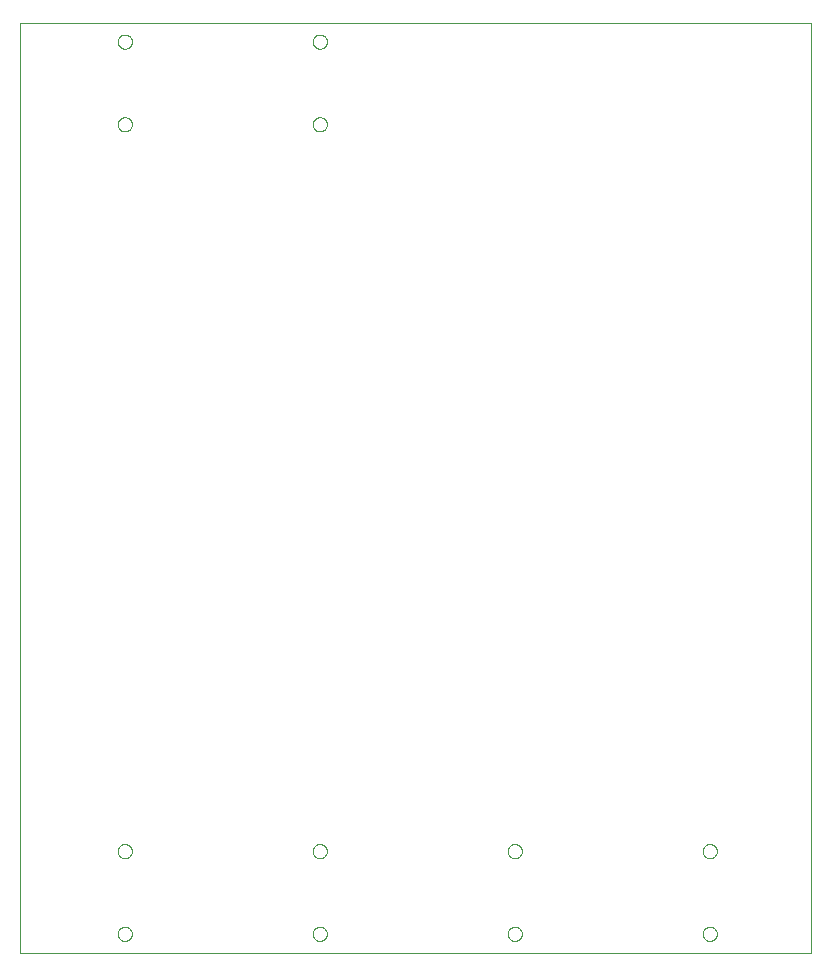
<source format=gko>
G75*
%MOIN*%
%OFA0B0*%
%FSLAX25Y25*%
%IPPOS*%
%LPD*%
%AMOC8*
5,1,8,0,0,1.08239X$1,22.5*
%
%ADD10C,0.00000*%
D10*
X0004300Y0009374D02*
X0004300Y0319335D01*
X0268001Y0319335D01*
X0268001Y0009374D01*
X0004300Y0009374D01*
X0036938Y0015673D02*
X0036940Y0015770D01*
X0036946Y0015867D01*
X0036956Y0015963D01*
X0036970Y0016059D01*
X0036988Y0016155D01*
X0037009Y0016249D01*
X0037035Y0016343D01*
X0037064Y0016435D01*
X0037098Y0016526D01*
X0037134Y0016616D01*
X0037175Y0016704D01*
X0037219Y0016790D01*
X0037267Y0016875D01*
X0037318Y0016957D01*
X0037372Y0017038D01*
X0037430Y0017116D01*
X0037491Y0017191D01*
X0037554Y0017264D01*
X0037621Y0017335D01*
X0037691Y0017402D01*
X0037763Y0017467D01*
X0037838Y0017528D01*
X0037916Y0017587D01*
X0037995Y0017642D01*
X0038077Y0017694D01*
X0038161Y0017742D01*
X0038247Y0017787D01*
X0038335Y0017829D01*
X0038424Y0017867D01*
X0038515Y0017901D01*
X0038607Y0017931D01*
X0038700Y0017958D01*
X0038795Y0017980D01*
X0038890Y0017999D01*
X0038986Y0018014D01*
X0039082Y0018025D01*
X0039179Y0018032D01*
X0039276Y0018035D01*
X0039373Y0018034D01*
X0039470Y0018029D01*
X0039566Y0018020D01*
X0039662Y0018007D01*
X0039758Y0017990D01*
X0039853Y0017969D01*
X0039946Y0017945D01*
X0040039Y0017916D01*
X0040131Y0017884D01*
X0040221Y0017848D01*
X0040309Y0017809D01*
X0040396Y0017765D01*
X0040481Y0017719D01*
X0040564Y0017668D01*
X0040645Y0017615D01*
X0040723Y0017558D01*
X0040800Y0017498D01*
X0040873Y0017435D01*
X0040944Y0017369D01*
X0041012Y0017300D01*
X0041078Y0017228D01*
X0041140Y0017154D01*
X0041199Y0017077D01*
X0041255Y0016998D01*
X0041308Y0016916D01*
X0041358Y0016833D01*
X0041403Y0016747D01*
X0041446Y0016660D01*
X0041485Y0016571D01*
X0041520Y0016481D01*
X0041551Y0016389D01*
X0041578Y0016296D01*
X0041602Y0016202D01*
X0041622Y0016107D01*
X0041638Y0016011D01*
X0041650Y0015915D01*
X0041658Y0015818D01*
X0041662Y0015721D01*
X0041662Y0015625D01*
X0041658Y0015528D01*
X0041650Y0015431D01*
X0041638Y0015335D01*
X0041622Y0015239D01*
X0041602Y0015144D01*
X0041578Y0015050D01*
X0041551Y0014957D01*
X0041520Y0014865D01*
X0041485Y0014775D01*
X0041446Y0014686D01*
X0041403Y0014599D01*
X0041358Y0014513D01*
X0041308Y0014430D01*
X0041255Y0014348D01*
X0041199Y0014269D01*
X0041140Y0014192D01*
X0041078Y0014118D01*
X0041012Y0014046D01*
X0040944Y0013977D01*
X0040873Y0013911D01*
X0040800Y0013848D01*
X0040723Y0013788D01*
X0040645Y0013731D01*
X0040564Y0013678D01*
X0040481Y0013627D01*
X0040396Y0013581D01*
X0040309Y0013537D01*
X0040221Y0013498D01*
X0040131Y0013462D01*
X0040039Y0013430D01*
X0039946Y0013401D01*
X0039853Y0013377D01*
X0039758Y0013356D01*
X0039662Y0013339D01*
X0039566Y0013326D01*
X0039470Y0013317D01*
X0039373Y0013312D01*
X0039276Y0013311D01*
X0039179Y0013314D01*
X0039082Y0013321D01*
X0038986Y0013332D01*
X0038890Y0013347D01*
X0038795Y0013366D01*
X0038700Y0013388D01*
X0038607Y0013415D01*
X0038515Y0013445D01*
X0038424Y0013479D01*
X0038335Y0013517D01*
X0038247Y0013559D01*
X0038161Y0013604D01*
X0038077Y0013652D01*
X0037995Y0013704D01*
X0037916Y0013759D01*
X0037838Y0013818D01*
X0037763Y0013879D01*
X0037691Y0013944D01*
X0037621Y0014011D01*
X0037554Y0014082D01*
X0037491Y0014155D01*
X0037430Y0014230D01*
X0037372Y0014308D01*
X0037318Y0014389D01*
X0037267Y0014471D01*
X0037219Y0014556D01*
X0037175Y0014642D01*
X0037134Y0014730D01*
X0037098Y0014820D01*
X0037064Y0014911D01*
X0037035Y0015003D01*
X0037009Y0015097D01*
X0036988Y0015191D01*
X0036970Y0015287D01*
X0036956Y0015383D01*
X0036946Y0015479D01*
X0036940Y0015576D01*
X0036938Y0015673D01*
X0036938Y0043232D02*
X0036940Y0043329D01*
X0036946Y0043426D01*
X0036956Y0043522D01*
X0036970Y0043618D01*
X0036988Y0043714D01*
X0037009Y0043808D01*
X0037035Y0043902D01*
X0037064Y0043994D01*
X0037098Y0044085D01*
X0037134Y0044175D01*
X0037175Y0044263D01*
X0037219Y0044349D01*
X0037267Y0044434D01*
X0037318Y0044516D01*
X0037372Y0044597D01*
X0037430Y0044675D01*
X0037491Y0044750D01*
X0037554Y0044823D01*
X0037621Y0044894D01*
X0037691Y0044961D01*
X0037763Y0045026D01*
X0037838Y0045087D01*
X0037916Y0045146D01*
X0037995Y0045201D01*
X0038077Y0045253D01*
X0038161Y0045301D01*
X0038247Y0045346D01*
X0038335Y0045388D01*
X0038424Y0045426D01*
X0038515Y0045460D01*
X0038607Y0045490D01*
X0038700Y0045517D01*
X0038795Y0045539D01*
X0038890Y0045558D01*
X0038986Y0045573D01*
X0039082Y0045584D01*
X0039179Y0045591D01*
X0039276Y0045594D01*
X0039373Y0045593D01*
X0039470Y0045588D01*
X0039566Y0045579D01*
X0039662Y0045566D01*
X0039758Y0045549D01*
X0039853Y0045528D01*
X0039946Y0045504D01*
X0040039Y0045475D01*
X0040131Y0045443D01*
X0040221Y0045407D01*
X0040309Y0045368D01*
X0040396Y0045324D01*
X0040481Y0045278D01*
X0040564Y0045227D01*
X0040645Y0045174D01*
X0040723Y0045117D01*
X0040800Y0045057D01*
X0040873Y0044994D01*
X0040944Y0044928D01*
X0041012Y0044859D01*
X0041078Y0044787D01*
X0041140Y0044713D01*
X0041199Y0044636D01*
X0041255Y0044557D01*
X0041308Y0044475D01*
X0041358Y0044392D01*
X0041403Y0044306D01*
X0041446Y0044219D01*
X0041485Y0044130D01*
X0041520Y0044040D01*
X0041551Y0043948D01*
X0041578Y0043855D01*
X0041602Y0043761D01*
X0041622Y0043666D01*
X0041638Y0043570D01*
X0041650Y0043474D01*
X0041658Y0043377D01*
X0041662Y0043280D01*
X0041662Y0043184D01*
X0041658Y0043087D01*
X0041650Y0042990D01*
X0041638Y0042894D01*
X0041622Y0042798D01*
X0041602Y0042703D01*
X0041578Y0042609D01*
X0041551Y0042516D01*
X0041520Y0042424D01*
X0041485Y0042334D01*
X0041446Y0042245D01*
X0041403Y0042158D01*
X0041358Y0042072D01*
X0041308Y0041989D01*
X0041255Y0041907D01*
X0041199Y0041828D01*
X0041140Y0041751D01*
X0041078Y0041677D01*
X0041012Y0041605D01*
X0040944Y0041536D01*
X0040873Y0041470D01*
X0040800Y0041407D01*
X0040723Y0041347D01*
X0040645Y0041290D01*
X0040564Y0041237D01*
X0040481Y0041186D01*
X0040396Y0041140D01*
X0040309Y0041096D01*
X0040221Y0041057D01*
X0040131Y0041021D01*
X0040039Y0040989D01*
X0039946Y0040960D01*
X0039853Y0040936D01*
X0039758Y0040915D01*
X0039662Y0040898D01*
X0039566Y0040885D01*
X0039470Y0040876D01*
X0039373Y0040871D01*
X0039276Y0040870D01*
X0039179Y0040873D01*
X0039082Y0040880D01*
X0038986Y0040891D01*
X0038890Y0040906D01*
X0038795Y0040925D01*
X0038700Y0040947D01*
X0038607Y0040974D01*
X0038515Y0041004D01*
X0038424Y0041038D01*
X0038335Y0041076D01*
X0038247Y0041118D01*
X0038161Y0041163D01*
X0038077Y0041211D01*
X0037995Y0041263D01*
X0037916Y0041318D01*
X0037838Y0041377D01*
X0037763Y0041438D01*
X0037691Y0041503D01*
X0037621Y0041570D01*
X0037554Y0041641D01*
X0037491Y0041714D01*
X0037430Y0041789D01*
X0037372Y0041867D01*
X0037318Y0041948D01*
X0037267Y0042030D01*
X0037219Y0042115D01*
X0037175Y0042201D01*
X0037134Y0042289D01*
X0037098Y0042379D01*
X0037064Y0042470D01*
X0037035Y0042562D01*
X0037009Y0042656D01*
X0036988Y0042750D01*
X0036970Y0042846D01*
X0036956Y0042942D01*
X0036946Y0043038D01*
X0036940Y0043135D01*
X0036938Y0043232D01*
X0101938Y0043232D02*
X0101940Y0043329D01*
X0101946Y0043426D01*
X0101956Y0043522D01*
X0101970Y0043618D01*
X0101988Y0043714D01*
X0102009Y0043808D01*
X0102035Y0043902D01*
X0102064Y0043994D01*
X0102098Y0044085D01*
X0102134Y0044175D01*
X0102175Y0044263D01*
X0102219Y0044349D01*
X0102267Y0044434D01*
X0102318Y0044516D01*
X0102372Y0044597D01*
X0102430Y0044675D01*
X0102491Y0044750D01*
X0102554Y0044823D01*
X0102621Y0044894D01*
X0102691Y0044961D01*
X0102763Y0045026D01*
X0102838Y0045087D01*
X0102916Y0045146D01*
X0102995Y0045201D01*
X0103077Y0045253D01*
X0103161Y0045301D01*
X0103247Y0045346D01*
X0103335Y0045388D01*
X0103424Y0045426D01*
X0103515Y0045460D01*
X0103607Y0045490D01*
X0103700Y0045517D01*
X0103795Y0045539D01*
X0103890Y0045558D01*
X0103986Y0045573D01*
X0104082Y0045584D01*
X0104179Y0045591D01*
X0104276Y0045594D01*
X0104373Y0045593D01*
X0104470Y0045588D01*
X0104566Y0045579D01*
X0104662Y0045566D01*
X0104758Y0045549D01*
X0104853Y0045528D01*
X0104946Y0045504D01*
X0105039Y0045475D01*
X0105131Y0045443D01*
X0105221Y0045407D01*
X0105309Y0045368D01*
X0105396Y0045324D01*
X0105481Y0045278D01*
X0105564Y0045227D01*
X0105645Y0045174D01*
X0105723Y0045117D01*
X0105800Y0045057D01*
X0105873Y0044994D01*
X0105944Y0044928D01*
X0106012Y0044859D01*
X0106078Y0044787D01*
X0106140Y0044713D01*
X0106199Y0044636D01*
X0106255Y0044557D01*
X0106308Y0044475D01*
X0106358Y0044392D01*
X0106403Y0044306D01*
X0106446Y0044219D01*
X0106485Y0044130D01*
X0106520Y0044040D01*
X0106551Y0043948D01*
X0106578Y0043855D01*
X0106602Y0043761D01*
X0106622Y0043666D01*
X0106638Y0043570D01*
X0106650Y0043474D01*
X0106658Y0043377D01*
X0106662Y0043280D01*
X0106662Y0043184D01*
X0106658Y0043087D01*
X0106650Y0042990D01*
X0106638Y0042894D01*
X0106622Y0042798D01*
X0106602Y0042703D01*
X0106578Y0042609D01*
X0106551Y0042516D01*
X0106520Y0042424D01*
X0106485Y0042334D01*
X0106446Y0042245D01*
X0106403Y0042158D01*
X0106358Y0042072D01*
X0106308Y0041989D01*
X0106255Y0041907D01*
X0106199Y0041828D01*
X0106140Y0041751D01*
X0106078Y0041677D01*
X0106012Y0041605D01*
X0105944Y0041536D01*
X0105873Y0041470D01*
X0105800Y0041407D01*
X0105723Y0041347D01*
X0105645Y0041290D01*
X0105564Y0041237D01*
X0105481Y0041186D01*
X0105396Y0041140D01*
X0105309Y0041096D01*
X0105221Y0041057D01*
X0105131Y0041021D01*
X0105039Y0040989D01*
X0104946Y0040960D01*
X0104853Y0040936D01*
X0104758Y0040915D01*
X0104662Y0040898D01*
X0104566Y0040885D01*
X0104470Y0040876D01*
X0104373Y0040871D01*
X0104276Y0040870D01*
X0104179Y0040873D01*
X0104082Y0040880D01*
X0103986Y0040891D01*
X0103890Y0040906D01*
X0103795Y0040925D01*
X0103700Y0040947D01*
X0103607Y0040974D01*
X0103515Y0041004D01*
X0103424Y0041038D01*
X0103335Y0041076D01*
X0103247Y0041118D01*
X0103161Y0041163D01*
X0103077Y0041211D01*
X0102995Y0041263D01*
X0102916Y0041318D01*
X0102838Y0041377D01*
X0102763Y0041438D01*
X0102691Y0041503D01*
X0102621Y0041570D01*
X0102554Y0041641D01*
X0102491Y0041714D01*
X0102430Y0041789D01*
X0102372Y0041867D01*
X0102318Y0041948D01*
X0102267Y0042030D01*
X0102219Y0042115D01*
X0102175Y0042201D01*
X0102134Y0042289D01*
X0102098Y0042379D01*
X0102064Y0042470D01*
X0102035Y0042562D01*
X0102009Y0042656D01*
X0101988Y0042750D01*
X0101970Y0042846D01*
X0101956Y0042942D01*
X0101946Y0043038D01*
X0101940Y0043135D01*
X0101938Y0043232D01*
X0101938Y0015673D02*
X0101940Y0015770D01*
X0101946Y0015867D01*
X0101956Y0015963D01*
X0101970Y0016059D01*
X0101988Y0016155D01*
X0102009Y0016249D01*
X0102035Y0016343D01*
X0102064Y0016435D01*
X0102098Y0016526D01*
X0102134Y0016616D01*
X0102175Y0016704D01*
X0102219Y0016790D01*
X0102267Y0016875D01*
X0102318Y0016957D01*
X0102372Y0017038D01*
X0102430Y0017116D01*
X0102491Y0017191D01*
X0102554Y0017264D01*
X0102621Y0017335D01*
X0102691Y0017402D01*
X0102763Y0017467D01*
X0102838Y0017528D01*
X0102916Y0017587D01*
X0102995Y0017642D01*
X0103077Y0017694D01*
X0103161Y0017742D01*
X0103247Y0017787D01*
X0103335Y0017829D01*
X0103424Y0017867D01*
X0103515Y0017901D01*
X0103607Y0017931D01*
X0103700Y0017958D01*
X0103795Y0017980D01*
X0103890Y0017999D01*
X0103986Y0018014D01*
X0104082Y0018025D01*
X0104179Y0018032D01*
X0104276Y0018035D01*
X0104373Y0018034D01*
X0104470Y0018029D01*
X0104566Y0018020D01*
X0104662Y0018007D01*
X0104758Y0017990D01*
X0104853Y0017969D01*
X0104946Y0017945D01*
X0105039Y0017916D01*
X0105131Y0017884D01*
X0105221Y0017848D01*
X0105309Y0017809D01*
X0105396Y0017765D01*
X0105481Y0017719D01*
X0105564Y0017668D01*
X0105645Y0017615D01*
X0105723Y0017558D01*
X0105800Y0017498D01*
X0105873Y0017435D01*
X0105944Y0017369D01*
X0106012Y0017300D01*
X0106078Y0017228D01*
X0106140Y0017154D01*
X0106199Y0017077D01*
X0106255Y0016998D01*
X0106308Y0016916D01*
X0106358Y0016833D01*
X0106403Y0016747D01*
X0106446Y0016660D01*
X0106485Y0016571D01*
X0106520Y0016481D01*
X0106551Y0016389D01*
X0106578Y0016296D01*
X0106602Y0016202D01*
X0106622Y0016107D01*
X0106638Y0016011D01*
X0106650Y0015915D01*
X0106658Y0015818D01*
X0106662Y0015721D01*
X0106662Y0015625D01*
X0106658Y0015528D01*
X0106650Y0015431D01*
X0106638Y0015335D01*
X0106622Y0015239D01*
X0106602Y0015144D01*
X0106578Y0015050D01*
X0106551Y0014957D01*
X0106520Y0014865D01*
X0106485Y0014775D01*
X0106446Y0014686D01*
X0106403Y0014599D01*
X0106358Y0014513D01*
X0106308Y0014430D01*
X0106255Y0014348D01*
X0106199Y0014269D01*
X0106140Y0014192D01*
X0106078Y0014118D01*
X0106012Y0014046D01*
X0105944Y0013977D01*
X0105873Y0013911D01*
X0105800Y0013848D01*
X0105723Y0013788D01*
X0105645Y0013731D01*
X0105564Y0013678D01*
X0105481Y0013627D01*
X0105396Y0013581D01*
X0105309Y0013537D01*
X0105221Y0013498D01*
X0105131Y0013462D01*
X0105039Y0013430D01*
X0104946Y0013401D01*
X0104853Y0013377D01*
X0104758Y0013356D01*
X0104662Y0013339D01*
X0104566Y0013326D01*
X0104470Y0013317D01*
X0104373Y0013312D01*
X0104276Y0013311D01*
X0104179Y0013314D01*
X0104082Y0013321D01*
X0103986Y0013332D01*
X0103890Y0013347D01*
X0103795Y0013366D01*
X0103700Y0013388D01*
X0103607Y0013415D01*
X0103515Y0013445D01*
X0103424Y0013479D01*
X0103335Y0013517D01*
X0103247Y0013559D01*
X0103161Y0013604D01*
X0103077Y0013652D01*
X0102995Y0013704D01*
X0102916Y0013759D01*
X0102838Y0013818D01*
X0102763Y0013879D01*
X0102691Y0013944D01*
X0102621Y0014011D01*
X0102554Y0014082D01*
X0102491Y0014155D01*
X0102430Y0014230D01*
X0102372Y0014308D01*
X0102318Y0014389D01*
X0102267Y0014471D01*
X0102219Y0014556D01*
X0102175Y0014642D01*
X0102134Y0014730D01*
X0102098Y0014820D01*
X0102064Y0014911D01*
X0102035Y0015003D01*
X0102009Y0015097D01*
X0101988Y0015191D01*
X0101970Y0015287D01*
X0101956Y0015383D01*
X0101946Y0015479D01*
X0101940Y0015576D01*
X0101938Y0015673D01*
X0166938Y0015673D02*
X0166940Y0015770D01*
X0166946Y0015867D01*
X0166956Y0015963D01*
X0166970Y0016059D01*
X0166988Y0016155D01*
X0167009Y0016249D01*
X0167035Y0016343D01*
X0167064Y0016435D01*
X0167098Y0016526D01*
X0167134Y0016616D01*
X0167175Y0016704D01*
X0167219Y0016790D01*
X0167267Y0016875D01*
X0167318Y0016957D01*
X0167372Y0017038D01*
X0167430Y0017116D01*
X0167491Y0017191D01*
X0167554Y0017264D01*
X0167621Y0017335D01*
X0167691Y0017402D01*
X0167763Y0017467D01*
X0167838Y0017528D01*
X0167916Y0017587D01*
X0167995Y0017642D01*
X0168077Y0017694D01*
X0168161Y0017742D01*
X0168247Y0017787D01*
X0168335Y0017829D01*
X0168424Y0017867D01*
X0168515Y0017901D01*
X0168607Y0017931D01*
X0168700Y0017958D01*
X0168795Y0017980D01*
X0168890Y0017999D01*
X0168986Y0018014D01*
X0169082Y0018025D01*
X0169179Y0018032D01*
X0169276Y0018035D01*
X0169373Y0018034D01*
X0169470Y0018029D01*
X0169566Y0018020D01*
X0169662Y0018007D01*
X0169758Y0017990D01*
X0169853Y0017969D01*
X0169946Y0017945D01*
X0170039Y0017916D01*
X0170131Y0017884D01*
X0170221Y0017848D01*
X0170309Y0017809D01*
X0170396Y0017765D01*
X0170481Y0017719D01*
X0170564Y0017668D01*
X0170645Y0017615D01*
X0170723Y0017558D01*
X0170800Y0017498D01*
X0170873Y0017435D01*
X0170944Y0017369D01*
X0171012Y0017300D01*
X0171078Y0017228D01*
X0171140Y0017154D01*
X0171199Y0017077D01*
X0171255Y0016998D01*
X0171308Y0016916D01*
X0171358Y0016833D01*
X0171403Y0016747D01*
X0171446Y0016660D01*
X0171485Y0016571D01*
X0171520Y0016481D01*
X0171551Y0016389D01*
X0171578Y0016296D01*
X0171602Y0016202D01*
X0171622Y0016107D01*
X0171638Y0016011D01*
X0171650Y0015915D01*
X0171658Y0015818D01*
X0171662Y0015721D01*
X0171662Y0015625D01*
X0171658Y0015528D01*
X0171650Y0015431D01*
X0171638Y0015335D01*
X0171622Y0015239D01*
X0171602Y0015144D01*
X0171578Y0015050D01*
X0171551Y0014957D01*
X0171520Y0014865D01*
X0171485Y0014775D01*
X0171446Y0014686D01*
X0171403Y0014599D01*
X0171358Y0014513D01*
X0171308Y0014430D01*
X0171255Y0014348D01*
X0171199Y0014269D01*
X0171140Y0014192D01*
X0171078Y0014118D01*
X0171012Y0014046D01*
X0170944Y0013977D01*
X0170873Y0013911D01*
X0170800Y0013848D01*
X0170723Y0013788D01*
X0170645Y0013731D01*
X0170564Y0013678D01*
X0170481Y0013627D01*
X0170396Y0013581D01*
X0170309Y0013537D01*
X0170221Y0013498D01*
X0170131Y0013462D01*
X0170039Y0013430D01*
X0169946Y0013401D01*
X0169853Y0013377D01*
X0169758Y0013356D01*
X0169662Y0013339D01*
X0169566Y0013326D01*
X0169470Y0013317D01*
X0169373Y0013312D01*
X0169276Y0013311D01*
X0169179Y0013314D01*
X0169082Y0013321D01*
X0168986Y0013332D01*
X0168890Y0013347D01*
X0168795Y0013366D01*
X0168700Y0013388D01*
X0168607Y0013415D01*
X0168515Y0013445D01*
X0168424Y0013479D01*
X0168335Y0013517D01*
X0168247Y0013559D01*
X0168161Y0013604D01*
X0168077Y0013652D01*
X0167995Y0013704D01*
X0167916Y0013759D01*
X0167838Y0013818D01*
X0167763Y0013879D01*
X0167691Y0013944D01*
X0167621Y0014011D01*
X0167554Y0014082D01*
X0167491Y0014155D01*
X0167430Y0014230D01*
X0167372Y0014308D01*
X0167318Y0014389D01*
X0167267Y0014471D01*
X0167219Y0014556D01*
X0167175Y0014642D01*
X0167134Y0014730D01*
X0167098Y0014820D01*
X0167064Y0014911D01*
X0167035Y0015003D01*
X0167009Y0015097D01*
X0166988Y0015191D01*
X0166970Y0015287D01*
X0166956Y0015383D01*
X0166946Y0015479D01*
X0166940Y0015576D01*
X0166938Y0015673D01*
X0166938Y0043232D02*
X0166940Y0043329D01*
X0166946Y0043426D01*
X0166956Y0043522D01*
X0166970Y0043618D01*
X0166988Y0043714D01*
X0167009Y0043808D01*
X0167035Y0043902D01*
X0167064Y0043994D01*
X0167098Y0044085D01*
X0167134Y0044175D01*
X0167175Y0044263D01*
X0167219Y0044349D01*
X0167267Y0044434D01*
X0167318Y0044516D01*
X0167372Y0044597D01*
X0167430Y0044675D01*
X0167491Y0044750D01*
X0167554Y0044823D01*
X0167621Y0044894D01*
X0167691Y0044961D01*
X0167763Y0045026D01*
X0167838Y0045087D01*
X0167916Y0045146D01*
X0167995Y0045201D01*
X0168077Y0045253D01*
X0168161Y0045301D01*
X0168247Y0045346D01*
X0168335Y0045388D01*
X0168424Y0045426D01*
X0168515Y0045460D01*
X0168607Y0045490D01*
X0168700Y0045517D01*
X0168795Y0045539D01*
X0168890Y0045558D01*
X0168986Y0045573D01*
X0169082Y0045584D01*
X0169179Y0045591D01*
X0169276Y0045594D01*
X0169373Y0045593D01*
X0169470Y0045588D01*
X0169566Y0045579D01*
X0169662Y0045566D01*
X0169758Y0045549D01*
X0169853Y0045528D01*
X0169946Y0045504D01*
X0170039Y0045475D01*
X0170131Y0045443D01*
X0170221Y0045407D01*
X0170309Y0045368D01*
X0170396Y0045324D01*
X0170481Y0045278D01*
X0170564Y0045227D01*
X0170645Y0045174D01*
X0170723Y0045117D01*
X0170800Y0045057D01*
X0170873Y0044994D01*
X0170944Y0044928D01*
X0171012Y0044859D01*
X0171078Y0044787D01*
X0171140Y0044713D01*
X0171199Y0044636D01*
X0171255Y0044557D01*
X0171308Y0044475D01*
X0171358Y0044392D01*
X0171403Y0044306D01*
X0171446Y0044219D01*
X0171485Y0044130D01*
X0171520Y0044040D01*
X0171551Y0043948D01*
X0171578Y0043855D01*
X0171602Y0043761D01*
X0171622Y0043666D01*
X0171638Y0043570D01*
X0171650Y0043474D01*
X0171658Y0043377D01*
X0171662Y0043280D01*
X0171662Y0043184D01*
X0171658Y0043087D01*
X0171650Y0042990D01*
X0171638Y0042894D01*
X0171622Y0042798D01*
X0171602Y0042703D01*
X0171578Y0042609D01*
X0171551Y0042516D01*
X0171520Y0042424D01*
X0171485Y0042334D01*
X0171446Y0042245D01*
X0171403Y0042158D01*
X0171358Y0042072D01*
X0171308Y0041989D01*
X0171255Y0041907D01*
X0171199Y0041828D01*
X0171140Y0041751D01*
X0171078Y0041677D01*
X0171012Y0041605D01*
X0170944Y0041536D01*
X0170873Y0041470D01*
X0170800Y0041407D01*
X0170723Y0041347D01*
X0170645Y0041290D01*
X0170564Y0041237D01*
X0170481Y0041186D01*
X0170396Y0041140D01*
X0170309Y0041096D01*
X0170221Y0041057D01*
X0170131Y0041021D01*
X0170039Y0040989D01*
X0169946Y0040960D01*
X0169853Y0040936D01*
X0169758Y0040915D01*
X0169662Y0040898D01*
X0169566Y0040885D01*
X0169470Y0040876D01*
X0169373Y0040871D01*
X0169276Y0040870D01*
X0169179Y0040873D01*
X0169082Y0040880D01*
X0168986Y0040891D01*
X0168890Y0040906D01*
X0168795Y0040925D01*
X0168700Y0040947D01*
X0168607Y0040974D01*
X0168515Y0041004D01*
X0168424Y0041038D01*
X0168335Y0041076D01*
X0168247Y0041118D01*
X0168161Y0041163D01*
X0168077Y0041211D01*
X0167995Y0041263D01*
X0167916Y0041318D01*
X0167838Y0041377D01*
X0167763Y0041438D01*
X0167691Y0041503D01*
X0167621Y0041570D01*
X0167554Y0041641D01*
X0167491Y0041714D01*
X0167430Y0041789D01*
X0167372Y0041867D01*
X0167318Y0041948D01*
X0167267Y0042030D01*
X0167219Y0042115D01*
X0167175Y0042201D01*
X0167134Y0042289D01*
X0167098Y0042379D01*
X0167064Y0042470D01*
X0167035Y0042562D01*
X0167009Y0042656D01*
X0166988Y0042750D01*
X0166970Y0042846D01*
X0166956Y0042942D01*
X0166946Y0043038D01*
X0166940Y0043135D01*
X0166938Y0043232D01*
X0231938Y0043232D02*
X0231940Y0043329D01*
X0231946Y0043426D01*
X0231956Y0043522D01*
X0231970Y0043618D01*
X0231988Y0043714D01*
X0232009Y0043808D01*
X0232035Y0043902D01*
X0232064Y0043994D01*
X0232098Y0044085D01*
X0232134Y0044175D01*
X0232175Y0044263D01*
X0232219Y0044349D01*
X0232267Y0044434D01*
X0232318Y0044516D01*
X0232372Y0044597D01*
X0232430Y0044675D01*
X0232491Y0044750D01*
X0232554Y0044823D01*
X0232621Y0044894D01*
X0232691Y0044961D01*
X0232763Y0045026D01*
X0232838Y0045087D01*
X0232916Y0045146D01*
X0232995Y0045201D01*
X0233077Y0045253D01*
X0233161Y0045301D01*
X0233247Y0045346D01*
X0233335Y0045388D01*
X0233424Y0045426D01*
X0233515Y0045460D01*
X0233607Y0045490D01*
X0233700Y0045517D01*
X0233795Y0045539D01*
X0233890Y0045558D01*
X0233986Y0045573D01*
X0234082Y0045584D01*
X0234179Y0045591D01*
X0234276Y0045594D01*
X0234373Y0045593D01*
X0234470Y0045588D01*
X0234566Y0045579D01*
X0234662Y0045566D01*
X0234758Y0045549D01*
X0234853Y0045528D01*
X0234946Y0045504D01*
X0235039Y0045475D01*
X0235131Y0045443D01*
X0235221Y0045407D01*
X0235309Y0045368D01*
X0235396Y0045324D01*
X0235481Y0045278D01*
X0235564Y0045227D01*
X0235645Y0045174D01*
X0235723Y0045117D01*
X0235800Y0045057D01*
X0235873Y0044994D01*
X0235944Y0044928D01*
X0236012Y0044859D01*
X0236078Y0044787D01*
X0236140Y0044713D01*
X0236199Y0044636D01*
X0236255Y0044557D01*
X0236308Y0044475D01*
X0236358Y0044392D01*
X0236403Y0044306D01*
X0236446Y0044219D01*
X0236485Y0044130D01*
X0236520Y0044040D01*
X0236551Y0043948D01*
X0236578Y0043855D01*
X0236602Y0043761D01*
X0236622Y0043666D01*
X0236638Y0043570D01*
X0236650Y0043474D01*
X0236658Y0043377D01*
X0236662Y0043280D01*
X0236662Y0043184D01*
X0236658Y0043087D01*
X0236650Y0042990D01*
X0236638Y0042894D01*
X0236622Y0042798D01*
X0236602Y0042703D01*
X0236578Y0042609D01*
X0236551Y0042516D01*
X0236520Y0042424D01*
X0236485Y0042334D01*
X0236446Y0042245D01*
X0236403Y0042158D01*
X0236358Y0042072D01*
X0236308Y0041989D01*
X0236255Y0041907D01*
X0236199Y0041828D01*
X0236140Y0041751D01*
X0236078Y0041677D01*
X0236012Y0041605D01*
X0235944Y0041536D01*
X0235873Y0041470D01*
X0235800Y0041407D01*
X0235723Y0041347D01*
X0235645Y0041290D01*
X0235564Y0041237D01*
X0235481Y0041186D01*
X0235396Y0041140D01*
X0235309Y0041096D01*
X0235221Y0041057D01*
X0235131Y0041021D01*
X0235039Y0040989D01*
X0234946Y0040960D01*
X0234853Y0040936D01*
X0234758Y0040915D01*
X0234662Y0040898D01*
X0234566Y0040885D01*
X0234470Y0040876D01*
X0234373Y0040871D01*
X0234276Y0040870D01*
X0234179Y0040873D01*
X0234082Y0040880D01*
X0233986Y0040891D01*
X0233890Y0040906D01*
X0233795Y0040925D01*
X0233700Y0040947D01*
X0233607Y0040974D01*
X0233515Y0041004D01*
X0233424Y0041038D01*
X0233335Y0041076D01*
X0233247Y0041118D01*
X0233161Y0041163D01*
X0233077Y0041211D01*
X0232995Y0041263D01*
X0232916Y0041318D01*
X0232838Y0041377D01*
X0232763Y0041438D01*
X0232691Y0041503D01*
X0232621Y0041570D01*
X0232554Y0041641D01*
X0232491Y0041714D01*
X0232430Y0041789D01*
X0232372Y0041867D01*
X0232318Y0041948D01*
X0232267Y0042030D01*
X0232219Y0042115D01*
X0232175Y0042201D01*
X0232134Y0042289D01*
X0232098Y0042379D01*
X0232064Y0042470D01*
X0232035Y0042562D01*
X0232009Y0042656D01*
X0231988Y0042750D01*
X0231970Y0042846D01*
X0231956Y0042942D01*
X0231946Y0043038D01*
X0231940Y0043135D01*
X0231938Y0043232D01*
X0231938Y0015673D02*
X0231940Y0015770D01*
X0231946Y0015867D01*
X0231956Y0015963D01*
X0231970Y0016059D01*
X0231988Y0016155D01*
X0232009Y0016249D01*
X0232035Y0016343D01*
X0232064Y0016435D01*
X0232098Y0016526D01*
X0232134Y0016616D01*
X0232175Y0016704D01*
X0232219Y0016790D01*
X0232267Y0016875D01*
X0232318Y0016957D01*
X0232372Y0017038D01*
X0232430Y0017116D01*
X0232491Y0017191D01*
X0232554Y0017264D01*
X0232621Y0017335D01*
X0232691Y0017402D01*
X0232763Y0017467D01*
X0232838Y0017528D01*
X0232916Y0017587D01*
X0232995Y0017642D01*
X0233077Y0017694D01*
X0233161Y0017742D01*
X0233247Y0017787D01*
X0233335Y0017829D01*
X0233424Y0017867D01*
X0233515Y0017901D01*
X0233607Y0017931D01*
X0233700Y0017958D01*
X0233795Y0017980D01*
X0233890Y0017999D01*
X0233986Y0018014D01*
X0234082Y0018025D01*
X0234179Y0018032D01*
X0234276Y0018035D01*
X0234373Y0018034D01*
X0234470Y0018029D01*
X0234566Y0018020D01*
X0234662Y0018007D01*
X0234758Y0017990D01*
X0234853Y0017969D01*
X0234946Y0017945D01*
X0235039Y0017916D01*
X0235131Y0017884D01*
X0235221Y0017848D01*
X0235309Y0017809D01*
X0235396Y0017765D01*
X0235481Y0017719D01*
X0235564Y0017668D01*
X0235645Y0017615D01*
X0235723Y0017558D01*
X0235800Y0017498D01*
X0235873Y0017435D01*
X0235944Y0017369D01*
X0236012Y0017300D01*
X0236078Y0017228D01*
X0236140Y0017154D01*
X0236199Y0017077D01*
X0236255Y0016998D01*
X0236308Y0016916D01*
X0236358Y0016833D01*
X0236403Y0016747D01*
X0236446Y0016660D01*
X0236485Y0016571D01*
X0236520Y0016481D01*
X0236551Y0016389D01*
X0236578Y0016296D01*
X0236602Y0016202D01*
X0236622Y0016107D01*
X0236638Y0016011D01*
X0236650Y0015915D01*
X0236658Y0015818D01*
X0236662Y0015721D01*
X0236662Y0015625D01*
X0236658Y0015528D01*
X0236650Y0015431D01*
X0236638Y0015335D01*
X0236622Y0015239D01*
X0236602Y0015144D01*
X0236578Y0015050D01*
X0236551Y0014957D01*
X0236520Y0014865D01*
X0236485Y0014775D01*
X0236446Y0014686D01*
X0236403Y0014599D01*
X0236358Y0014513D01*
X0236308Y0014430D01*
X0236255Y0014348D01*
X0236199Y0014269D01*
X0236140Y0014192D01*
X0236078Y0014118D01*
X0236012Y0014046D01*
X0235944Y0013977D01*
X0235873Y0013911D01*
X0235800Y0013848D01*
X0235723Y0013788D01*
X0235645Y0013731D01*
X0235564Y0013678D01*
X0235481Y0013627D01*
X0235396Y0013581D01*
X0235309Y0013537D01*
X0235221Y0013498D01*
X0235131Y0013462D01*
X0235039Y0013430D01*
X0234946Y0013401D01*
X0234853Y0013377D01*
X0234758Y0013356D01*
X0234662Y0013339D01*
X0234566Y0013326D01*
X0234470Y0013317D01*
X0234373Y0013312D01*
X0234276Y0013311D01*
X0234179Y0013314D01*
X0234082Y0013321D01*
X0233986Y0013332D01*
X0233890Y0013347D01*
X0233795Y0013366D01*
X0233700Y0013388D01*
X0233607Y0013415D01*
X0233515Y0013445D01*
X0233424Y0013479D01*
X0233335Y0013517D01*
X0233247Y0013559D01*
X0233161Y0013604D01*
X0233077Y0013652D01*
X0232995Y0013704D01*
X0232916Y0013759D01*
X0232838Y0013818D01*
X0232763Y0013879D01*
X0232691Y0013944D01*
X0232621Y0014011D01*
X0232554Y0014082D01*
X0232491Y0014155D01*
X0232430Y0014230D01*
X0232372Y0014308D01*
X0232318Y0014389D01*
X0232267Y0014471D01*
X0232219Y0014556D01*
X0232175Y0014642D01*
X0232134Y0014730D01*
X0232098Y0014820D01*
X0232064Y0014911D01*
X0232035Y0015003D01*
X0232009Y0015097D01*
X0231988Y0015191D01*
X0231970Y0015287D01*
X0231956Y0015383D01*
X0231946Y0015479D01*
X0231940Y0015576D01*
X0231938Y0015673D01*
X0101938Y0285516D02*
X0101940Y0285613D01*
X0101946Y0285710D01*
X0101956Y0285806D01*
X0101970Y0285902D01*
X0101988Y0285998D01*
X0102009Y0286092D01*
X0102035Y0286186D01*
X0102064Y0286278D01*
X0102098Y0286369D01*
X0102134Y0286459D01*
X0102175Y0286547D01*
X0102219Y0286633D01*
X0102267Y0286718D01*
X0102318Y0286800D01*
X0102372Y0286881D01*
X0102430Y0286959D01*
X0102491Y0287034D01*
X0102554Y0287107D01*
X0102621Y0287178D01*
X0102691Y0287245D01*
X0102763Y0287310D01*
X0102838Y0287371D01*
X0102916Y0287430D01*
X0102995Y0287485D01*
X0103077Y0287537D01*
X0103161Y0287585D01*
X0103247Y0287630D01*
X0103335Y0287672D01*
X0103424Y0287710D01*
X0103515Y0287744D01*
X0103607Y0287774D01*
X0103700Y0287801D01*
X0103795Y0287823D01*
X0103890Y0287842D01*
X0103986Y0287857D01*
X0104082Y0287868D01*
X0104179Y0287875D01*
X0104276Y0287878D01*
X0104373Y0287877D01*
X0104470Y0287872D01*
X0104566Y0287863D01*
X0104662Y0287850D01*
X0104758Y0287833D01*
X0104853Y0287812D01*
X0104946Y0287788D01*
X0105039Y0287759D01*
X0105131Y0287727D01*
X0105221Y0287691D01*
X0105309Y0287652D01*
X0105396Y0287608D01*
X0105481Y0287562D01*
X0105564Y0287511D01*
X0105645Y0287458D01*
X0105723Y0287401D01*
X0105800Y0287341D01*
X0105873Y0287278D01*
X0105944Y0287212D01*
X0106012Y0287143D01*
X0106078Y0287071D01*
X0106140Y0286997D01*
X0106199Y0286920D01*
X0106255Y0286841D01*
X0106308Y0286759D01*
X0106358Y0286676D01*
X0106403Y0286590D01*
X0106446Y0286503D01*
X0106485Y0286414D01*
X0106520Y0286324D01*
X0106551Y0286232D01*
X0106578Y0286139D01*
X0106602Y0286045D01*
X0106622Y0285950D01*
X0106638Y0285854D01*
X0106650Y0285758D01*
X0106658Y0285661D01*
X0106662Y0285564D01*
X0106662Y0285468D01*
X0106658Y0285371D01*
X0106650Y0285274D01*
X0106638Y0285178D01*
X0106622Y0285082D01*
X0106602Y0284987D01*
X0106578Y0284893D01*
X0106551Y0284800D01*
X0106520Y0284708D01*
X0106485Y0284618D01*
X0106446Y0284529D01*
X0106403Y0284442D01*
X0106358Y0284356D01*
X0106308Y0284273D01*
X0106255Y0284191D01*
X0106199Y0284112D01*
X0106140Y0284035D01*
X0106078Y0283961D01*
X0106012Y0283889D01*
X0105944Y0283820D01*
X0105873Y0283754D01*
X0105800Y0283691D01*
X0105723Y0283631D01*
X0105645Y0283574D01*
X0105564Y0283521D01*
X0105481Y0283470D01*
X0105396Y0283424D01*
X0105309Y0283380D01*
X0105221Y0283341D01*
X0105131Y0283305D01*
X0105039Y0283273D01*
X0104946Y0283244D01*
X0104853Y0283220D01*
X0104758Y0283199D01*
X0104662Y0283182D01*
X0104566Y0283169D01*
X0104470Y0283160D01*
X0104373Y0283155D01*
X0104276Y0283154D01*
X0104179Y0283157D01*
X0104082Y0283164D01*
X0103986Y0283175D01*
X0103890Y0283190D01*
X0103795Y0283209D01*
X0103700Y0283231D01*
X0103607Y0283258D01*
X0103515Y0283288D01*
X0103424Y0283322D01*
X0103335Y0283360D01*
X0103247Y0283402D01*
X0103161Y0283447D01*
X0103077Y0283495D01*
X0102995Y0283547D01*
X0102916Y0283602D01*
X0102838Y0283661D01*
X0102763Y0283722D01*
X0102691Y0283787D01*
X0102621Y0283854D01*
X0102554Y0283925D01*
X0102491Y0283998D01*
X0102430Y0284073D01*
X0102372Y0284151D01*
X0102318Y0284232D01*
X0102267Y0284314D01*
X0102219Y0284399D01*
X0102175Y0284485D01*
X0102134Y0284573D01*
X0102098Y0284663D01*
X0102064Y0284754D01*
X0102035Y0284846D01*
X0102009Y0284940D01*
X0101988Y0285034D01*
X0101970Y0285130D01*
X0101956Y0285226D01*
X0101946Y0285322D01*
X0101940Y0285419D01*
X0101938Y0285516D01*
X0101938Y0313075D02*
X0101940Y0313172D01*
X0101946Y0313269D01*
X0101956Y0313365D01*
X0101970Y0313461D01*
X0101988Y0313557D01*
X0102009Y0313651D01*
X0102035Y0313745D01*
X0102064Y0313837D01*
X0102098Y0313928D01*
X0102134Y0314018D01*
X0102175Y0314106D01*
X0102219Y0314192D01*
X0102267Y0314277D01*
X0102318Y0314359D01*
X0102372Y0314440D01*
X0102430Y0314518D01*
X0102491Y0314593D01*
X0102554Y0314666D01*
X0102621Y0314737D01*
X0102691Y0314804D01*
X0102763Y0314869D01*
X0102838Y0314930D01*
X0102916Y0314989D01*
X0102995Y0315044D01*
X0103077Y0315096D01*
X0103161Y0315144D01*
X0103247Y0315189D01*
X0103335Y0315231D01*
X0103424Y0315269D01*
X0103515Y0315303D01*
X0103607Y0315333D01*
X0103700Y0315360D01*
X0103795Y0315382D01*
X0103890Y0315401D01*
X0103986Y0315416D01*
X0104082Y0315427D01*
X0104179Y0315434D01*
X0104276Y0315437D01*
X0104373Y0315436D01*
X0104470Y0315431D01*
X0104566Y0315422D01*
X0104662Y0315409D01*
X0104758Y0315392D01*
X0104853Y0315371D01*
X0104946Y0315347D01*
X0105039Y0315318D01*
X0105131Y0315286D01*
X0105221Y0315250D01*
X0105309Y0315211D01*
X0105396Y0315167D01*
X0105481Y0315121D01*
X0105564Y0315070D01*
X0105645Y0315017D01*
X0105723Y0314960D01*
X0105800Y0314900D01*
X0105873Y0314837D01*
X0105944Y0314771D01*
X0106012Y0314702D01*
X0106078Y0314630D01*
X0106140Y0314556D01*
X0106199Y0314479D01*
X0106255Y0314400D01*
X0106308Y0314318D01*
X0106358Y0314235D01*
X0106403Y0314149D01*
X0106446Y0314062D01*
X0106485Y0313973D01*
X0106520Y0313883D01*
X0106551Y0313791D01*
X0106578Y0313698D01*
X0106602Y0313604D01*
X0106622Y0313509D01*
X0106638Y0313413D01*
X0106650Y0313317D01*
X0106658Y0313220D01*
X0106662Y0313123D01*
X0106662Y0313027D01*
X0106658Y0312930D01*
X0106650Y0312833D01*
X0106638Y0312737D01*
X0106622Y0312641D01*
X0106602Y0312546D01*
X0106578Y0312452D01*
X0106551Y0312359D01*
X0106520Y0312267D01*
X0106485Y0312177D01*
X0106446Y0312088D01*
X0106403Y0312001D01*
X0106358Y0311915D01*
X0106308Y0311832D01*
X0106255Y0311750D01*
X0106199Y0311671D01*
X0106140Y0311594D01*
X0106078Y0311520D01*
X0106012Y0311448D01*
X0105944Y0311379D01*
X0105873Y0311313D01*
X0105800Y0311250D01*
X0105723Y0311190D01*
X0105645Y0311133D01*
X0105564Y0311080D01*
X0105481Y0311029D01*
X0105396Y0310983D01*
X0105309Y0310939D01*
X0105221Y0310900D01*
X0105131Y0310864D01*
X0105039Y0310832D01*
X0104946Y0310803D01*
X0104853Y0310779D01*
X0104758Y0310758D01*
X0104662Y0310741D01*
X0104566Y0310728D01*
X0104470Y0310719D01*
X0104373Y0310714D01*
X0104276Y0310713D01*
X0104179Y0310716D01*
X0104082Y0310723D01*
X0103986Y0310734D01*
X0103890Y0310749D01*
X0103795Y0310768D01*
X0103700Y0310790D01*
X0103607Y0310817D01*
X0103515Y0310847D01*
X0103424Y0310881D01*
X0103335Y0310919D01*
X0103247Y0310961D01*
X0103161Y0311006D01*
X0103077Y0311054D01*
X0102995Y0311106D01*
X0102916Y0311161D01*
X0102838Y0311220D01*
X0102763Y0311281D01*
X0102691Y0311346D01*
X0102621Y0311413D01*
X0102554Y0311484D01*
X0102491Y0311557D01*
X0102430Y0311632D01*
X0102372Y0311710D01*
X0102318Y0311791D01*
X0102267Y0311873D01*
X0102219Y0311958D01*
X0102175Y0312044D01*
X0102134Y0312132D01*
X0102098Y0312222D01*
X0102064Y0312313D01*
X0102035Y0312405D01*
X0102009Y0312499D01*
X0101988Y0312593D01*
X0101970Y0312689D01*
X0101956Y0312785D01*
X0101946Y0312881D01*
X0101940Y0312978D01*
X0101938Y0313075D01*
X0036938Y0313075D02*
X0036940Y0313172D01*
X0036946Y0313269D01*
X0036956Y0313365D01*
X0036970Y0313461D01*
X0036988Y0313557D01*
X0037009Y0313651D01*
X0037035Y0313745D01*
X0037064Y0313837D01*
X0037098Y0313928D01*
X0037134Y0314018D01*
X0037175Y0314106D01*
X0037219Y0314192D01*
X0037267Y0314277D01*
X0037318Y0314359D01*
X0037372Y0314440D01*
X0037430Y0314518D01*
X0037491Y0314593D01*
X0037554Y0314666D01*
X0037621Y0314737D01*
X0037691Y0314804D01*
X0037763Y0314869D01*
X0037838Y0314930D01*
X0037916Y0314989D01*
X0037995Y0315044D01*
X0038077Y0315096D01*
X0038161Y0315144D01*
X0038247Y0315189D01*
X0038335Y0315231D01*
X0038424Y0315269D01*
X0038515Y0315303D01*
X0038607Y0315333D01*
X0038700Y0315360D01*
X0038795Y0315382D01*
X0038890Y0315401D01*
X0038986Y0315416D01*
X0039082Y0315427D01*
X0039179Y0315434D01*
X0039276Y0315437D01*
X0039373Y0315436D01*
X0039470Y0315431D01*
X0039566Y0315422D01*
X0039662Y0315409D01*
X0039758Y0315392D01*
X0039853Y0315371D01*
X0039946Y0315347D01*
X0040039Y0315318D01*
X0040131Y0315286D01*
X0040221Y0315250D01*
X0040309Y0315211D01*
X0040396Y0315167D01*
X0040481Y0315121D01*
X0040564Y0315070D01*
X0040645Y0315017D01*
X0040723Y0314960D01*
X0040800Y0314900D01*
X0040873Y0314837D01*
X0040944Y0314771D01*
X0041012Y0314702D01*
X0041078Y0314630D01*
X0041140Y0314556D01*
X0041199Y0314479D01*
X0041255Y0314400D01*
X0041308Y0314318D01*
X0041358Y0314235D01*
X0041403Y0314149D01*
X0041446Y0314062D01*
X0041485Y0313973D01*
X0041520Y0313883D01*
X0041551Y0313791D01*
X0041578Y0313698D01*
X0041602Y0313604D01*
X0041622Y0313509D01*
X0041638Y0313413D01*
X0041650Y0313317D01*
X0041658Y0313220D01*
X0041662Y0313123D01*
X0041662Y0313027D01*
X0041658Y0312930D01*
X0041650Y0312833D01*
X0041638Y0312737D01*
X0041622Y0312641D01*
X0041602Y0312546D01*
X0041578Y0312452D01*
X0041551Y0312359D01*
X0041520Y0312267D01*
X0041485Y0312177D01*
X0041446Y0312088D01*
X0041403Y0312001D01*
X0041358Y0311915D01*
X0041308Y0311832D01*
X0041255Y0311750D01*
X0041199Y0311671D01*
X0041140Y0311594D01*
X0041078Y0311520D01*
X0041012Y0311448D01*
X0040944Y0311379D01*
X0040873Y0311313D01*
X0040800Y0311250D01*
X0040723Y0311190D01*
X0040645Y0311133D01*
X0040564Y0311080D01*
X0040481Y0311029D01*
X0040396Y0310983D01*
X0040309Y0310939D01*
X0040221Y0310900D01*
X0040131Y0310864D01*
X0040039Y0310832D01*
X0039946Y0310803D01*
X0039853Y0310779D01*
X0039758Y0310758D01*
X0039662Y0310741D01*
X0039566Y0310728D01*
X0039470Y0310719D01*
X0039373Y0310714D01*
X0039276Y0310713D01*
X0039179Y0310716D01*
X0039082Y0310723D01*
X0038986Y0310734D01*
X0038890Y0310749D01*
X0038795Y0310768D01*
X0038700Y0310790D01*
X0038607Y0310817D01*
X0038515Y0310847D01*
X0038424Y0310881D01*
X0038335Y0310919D01*
X0038247Y0310961D01*
X0038161Y0311006D01*
X0038077Y0311054D01*
X0037995Y0311106D01*
X0037916Y0311161D01*
X0037838Y0311220D01*
X0037763Y0311281D01*
X0037691Y0311346D01*
X0037621Y0311413D01*
X0037554Y0311484D01*
X0037491Y0311557D01*
X0037430Y0311632D01*
X0037372Y0311710D01*
X0037318Y0311791D01*
X0037267Y0311873D01*
X0037219Y0311958D01*
X0037175Y0312044D01*
X0037134Y0312132D01*
X0037098Y0312222D01*
X0037064Y0312313D01*
X0037035Y0312405D01*
X0037009Y0312499D01*
X0036988Y0312593D01*
X0036970Y0312689D01*
X0036956Y0312785D01*
X0036946Y0312881D01*
X0036940Y0312978D01*
X0036938Y0313075D01*
X0036938Y0285516D02*
X0036940Y0285613D01*
X0036946Y0285710D01*
X0036956Y0285806D01*
X0036970Y0285902D01*
X0036988Y0285998D01*
X0037009Y0286092D01*
X0037035Y0286186D01*
X0037064Y0286278D01*
X0037098Y0286369D01*
X0037134Y0286459D01*
X0037175Y0286547D01*
X0037219Y0286633D01*
X0037267Y0286718D01*
X0037318Y0286800D01*
X0037372Y0286881D01*
X0037430Y0286959D01*
X0037491Y0287034D01*
X0037554Y0287107D01*
X0037621Y0287178D01*
X0037691Y0287245D01*
X0037763Y0287310D01*
X0037838Y0287371D01*
X0037916Y0287430D01*
X0037995Y0287485D01*
X0038077Y0287537D01*
X0038161Y0287585D01*
X0038247Y0287630D01*
X0038335Y0287672D01*
X0038424Y0287710D01*
X0038515Y0287744D01*
X0038607Y0287774D01*
X0038700Y0287801D01*
X0038795Y0287823D01*
X0038890Y0287842D01*
X0038986Y0287857D01*
X0039082Y0287868D01*
X0039179Y0287875D01*
X0039276Y0287878D01*
X0039373Y0287877D01*
X0039470Y0287872D01*
X0039566Y0287863D01*
X0039662Y0287850D01*
X0039758Y0287833D01*
X0039853Y0287812D01*
X0039946Y0287788D01*
X0040039Y0287759D01*
X0040131Y0287727D01*
X0040221Y0287691D01*
X0040309Y0287652D01*
X0040396Y0287608D01*
X0040481Y0287562D01*
X0040564Y0287511D01*
X0040645Y0287458D01*
X0040723Y0287401D01*
X0040800Y0287341D01*
X0040873Y0287278D01*
X0040944Y0287212D01*
X0041012Y0287143D01*
X0041078Y0287071D01*
X0041140Y0286997D01*
X0041199Y0286920D01*
X0041255Y0286841D01*
X0041308Y0286759D01*
X0041358Y0286676D01*
X0041403Y0286590D01*
X0041446Y0286503D01*
X0041485Y0286414D01*
X0041520Y0286324D01*
X0041551Y0286232D01*
X0041578Y0286139D01*
X0041602Y0286045D01*
X0041622Y0285950D01*
X0041638Y0285854D01*
X0041650Y0285758D01*
X0041658Y0285661D01*
X0041662Y0285564D01*
X0041662Y0285468D01*
X0041658Y0285371D01*
X0041650Y0285274D01*
X0041638Y0285178D01*
X0041622Y0285082D01*
X0041602Y0284987D01*
X0041578Y0284893D01*
X0041551Y0284800D01*
X0041520Y0284708D01*
X0041485Y0284618D01*
X0041446Y0284529D01*
X0041403Y0284442D01*
X0041358Y0284356D01*
X0041308Y0284273D01*
X0041255Y0284191D01*
X0041199Y0284112D01*
X0041140Y0284035D01*
X0041078Y0283961D01*
X0041012Y0283889D01*
X0040944Y0283820D01*
X0040873Y0283754D01*
X0040800Y0283691D01*
X0040723Y0283631D01*
X0040645Y0283574D01*
X0040564Y0283521D01*
X0040481Y0283470D01*
X0040396Y0283424D01*
X0040309Y0283380D01*
X0040221Y0283341D01*
X0040131Y0283305D01*
X0040039Y0283273D01*
X0039946Y0283244D01*
X0039853Y0283220D01*
X0039758Y0283199D01*
X0039662Y0283182D01*
X0039566Y0283169D01*
X0039470Y0283160D01*
X0039373Y0283155D01*
X0039276Y0283154D01*
X0039179Y0283157D01*
X0039082Y0283164D01*
X0038986Y0283175D01*
X0038890Y0283190D01*
X0038795Y0283209D01*
X0038700Y0283231D01*
X0038607Y0283258D01*
X0038515Y0283288D01*
X0038424Y0283322D01*
X0038335Y0283360D01*
X0038247Y0283402D01*
X0038161Y0283447D01*
X0038077Y0283495D01*
X0037995Y0283547D01*
X0037916Y0283602D01*
X0037838Y0283661D01*
X0037763Y0283722D01*
X0037691Y0283787D01*
X0037621Y0283854D01*
X0037554Y0283925D01*
X0037491Y0283998D01*
X0037430Y0284073D01*
X0037372Y0284151D01*
X0037318Y0284232D01*
X0037267Y0284314D01*
X0037219Y0284399D01*
X0037175Y0284485D01*
X0037134Y0284573D01*
X0037098Y0284663D01*
X0037064Y0284754D01*
X0037035Y0284846D01*
X0037009Y0284940D01*
X0036988Y0285034D01*
X0036970Y0285130D01*
X0036956Y0285226D01*
X0036946Y0285322D01*
X0036940Y0285419D01*
X0036938Y0285516D01*
M02*

</source>
